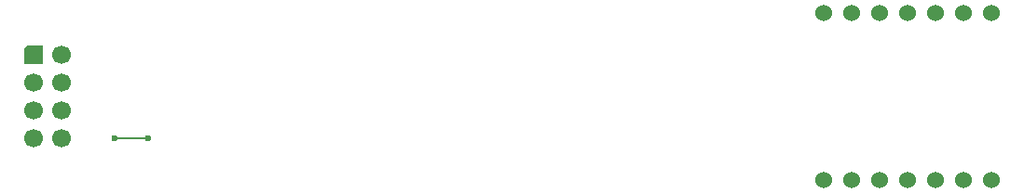
<source format=gbr>
G04 #@! TF.GenerationSoftware,KiCad,Pcbnew,9.0.7*
G04 #@! TF.CreationDate,2026-02-19T02:03:21-08:00*
G04 #@! TF.ProjectId,memori-hw,6d656d6f-7269-42d6-9877-2e6b69636164,vFEB 2026*
G04 #@! TF.SameCoordinates,Original*
G04 #@! TF.FileFunction,Copper,L4,Bot*
G04 #@! TF.FilePolarity,Positive*
%FSLAX46Y46*%
G04 Gerber Fmt 4.6, Leading zero omitted, Abs format (unit mm)*
G04 Created by KiCad (PCBNEW 9.0.7) date 2026-02-19 02:03:21*
%MOMM*%
%LPD*%
G01*
G04 APERTURE LIST*
G04 Aperture macros list*
%AMOutline5P*
0 Free polygon, 5 corners , with rotation*
0 The origin of the aperture is its center*
0 number of corners: always 5*
0 $1 to $10 corner X, Y*
0 $11 Rotation angle, in degrees counterclockwise*
0 create outline with 5 corners*
4,1,5,$1,$2,$3,$4,$5,$6,$7,$8,$9,$10,$1,$2,$11*%
%AMOutline6P*
0 Free polygon, 6 corners , with rotation*
0 The origin of the aperture is its center*
0 number of corners: always 6*
0 $1 to $12 corner X, Y*
0 $13 Rotation angle, in degrees counterclockwise*
0 create outline with 6 corners*
4,1,6,$1,$2,$3,$4,$5,$6,$7,$8,$9,$10,$11,$12,$1,$2,$13*%
%AMOutline7P*
0 Free polygon, 7 corners , with rotation*
0 The origin of the aperture is its center*
0 number of corners: always 7*
0 $1 to $14 corner X, Y*
0 $15 Rotation angle, in degrees counterclockwise*
0 create outline with 7 corners*
4,1,7,$1,$2,$3,$4,$5,$6,$7,$8,$9,$10,$11,$12,$13,$14,$1,$2,$15*%
%AMOutline8P*
0 Free polygon, 8 corners , with rotation*
0 The origin of the aperture is its center*
0 number of corners: always 8*
0 $1 to $16 corner X, Y*
0 $17 Rotation angle, in degrees counterclockwise*
0 create outline with 8 corners*
4,1,8,$1,$2,$3,$4,$5,$6,$7,$8,$9,$10,$11,$12,$13,$14,$15,$16,$1,$2,$17*%
G04 Aperture macros list end*
G04 #@! TA.AperFunction,ComponentPad*
%ADD10C,1.524000*%
G04 #@! TD*
G04 #@! TA.AperFunction,ComponentPad*
%ADD11Outline5P,-0.850000X0.510000X-0.510000X0.850000X0.850000X0.850000X0.850000X-0.850000X-0.850000X-0.850000X0.000000*%
G04 #@! TD*
G04 #@! TA.AperFunction,ComponentPad*
%ADD12C,1.700000*%
G04 #@! TD*
G04 #@! TA.AperFunction,ViaPad*
%ADD13C,0.600000*%
G04 #@! TD*
G04 #@! TA.AperFunction,Conductor*
%ADD14C,0.127000*%
G04 #@! TD*
G04 APERTURE END LIST*
D10*
X182490000Y-109242000D03*
X179950000Y-109242000D03*
X177410000Y-109242000D03*
X174870000Y-109242000D03*
X172330000Y-109242000D03*
X169790000Y-109242000D03*
X167250000Y-109242000D03*
X167250000Y-94002000D03*
X169790000Y-94002000D03*
X172330000Y-94002000D03*
X174870000Y-94002000D03*
X177410000Y-94002000D03*
X179950000Y-94002000D03*
X182490000Y-94002000D03*
D11*
X95504000Y-97790000D03*
D12*
X98044000Y-97790000D03*
X95504000Y-100330000D03*
X98044000Y-100330000D03*
X95504000Y-102870000D03*
X98044000Y-102870000D03*
X95504000Y-105410000D03*
X98044000Y-105410000D03*
D13*
X102870000Y-105410000D03*
X105918000Y-105410000D03*
D14*
X105918000Y-105410000D02*
X102870000Y-105410000D01*
M02*

</source>
